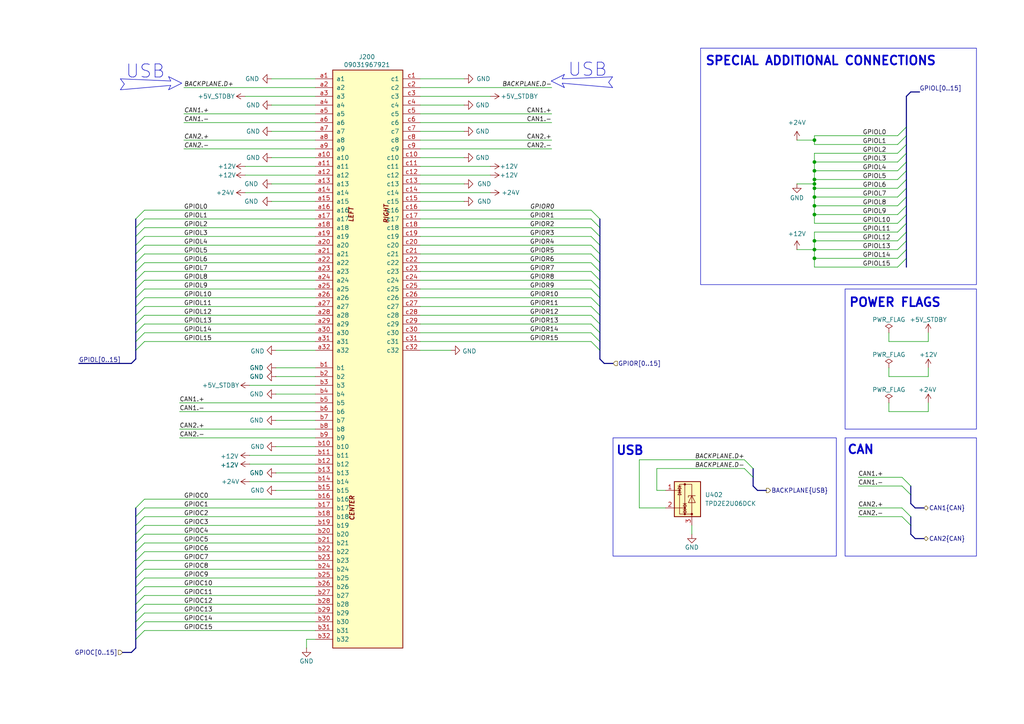
<source format=kicad_sch>
(kicad_sch (version 20250114) (generator "eeschema") (generator_version "9.0")
  (paper "A4")
  (title_block (title "ModuCard power supply unit") (date "2025-08-05") (rev "0") (company "KoNaR") (comment 1 "Base project authors: Dominik Pluta, Artem Horiunov") (comment 2 "Project author: Maciej Chodowiec"))
  (lib_symbols
    (symbol "DIN41612_3x32:09031967921" (pin_names (offset 1.016))
      (property "Reference" "J" (at 0 88.9 0))
      (property "Value" "09031967921" (at 0 86.36 0))
      (symbol "09031967921_0_0"
        (rectangle (start -10.16 83.82) (end 10.16 -83.82) (stroke (width 0.254)) (fill (type background)))
      )
      (symbol "09031967921_1_1"
        (text "LEFT" (at -4.826 41.91 900) (effects (font (size 1.27 1.27) (bold yes) (italic yes))))
        (text "CENTER" (at -4.572 -43.18 900) (effects (font (size 1.27 1.27) (bold yes) (italic yes))))
        (text "RIGHT" (at 5.334 42.164 900) (effects (font (size 1.27 1.27) (bold yes) (italic yes))))
        (pin passive line (at -15.24 81.28 0) (length 5.08) (name "a1") (number "a1"))
        (pin passive line (at -15.24 78.74 0) (length 5.08) (name "a2") (number "a2"))
        (pin passive line (at -15.24 76.2 0) (length 5.08) (name "a3") (number "a3"))
        (pin passive line (at -15.24 73.66 0) (length 5.08) (name "a4") (number "a4"))
        (pin passive line (at -15.24 71.12 0) (length 5.08) (name "a5") (number "a5"))
        (pin passive line (at -15.24 68.58 0) (length 5.08) (name "a6") (number "a6"))
        (pin passive line (at -15.24 66.04 0) (length 5.08) (name "a7") (number "a7"))
        (pin passive line (at -15.24 63.5 0) (length 5.08) (name "a8") (number "a8"))
        (pin passive line (at -15.24 60.96 0) (length 5.08) (name "a9") (number "a9"))
        (pin passive line (at -15.24 58.42 0) (length 5.08) (name "a10") (number "a10"))
        (pin passive line (at -15.24 55.88 0) (length 5.08) (name "a11") (number "a11"))
        (pin passive line (at -15.24 53.34 0) (length 5.08) (name "a12") (number "a12"))
        (pin passive line (at -15.24 50.8 0) (length 5.08) (name "a13") (number "a13"))
        (pin passive line (at -15.24 48.26 0) (length 5.08) (name "a14") (number "a14"))
        (pin passive line (at -15.24 45.72 0) (length 5.08) (name "a15") (number "a15"))
        (pin passive line (at -15.24 43.18 0) (length 5.08) (name "a16") (number "a16"))
        (pin passive line (at -15.24 40.64 0) (length 5.08) (name "a17") (number "a17"))
        (pin passive line (at -15.24 38.1 0) (length 5.08) (name "a18") (number "a18"))
        (pin passive line (at -15.24 35.56 0) (length 5.08) (name "a19") (number "a19"))
        (pin passive line (at -15.24 33.02 0) (length 5.08) (name "a20") (number "a20"))
        (pin passive line (at -15.24 30.48 0) (length 5.08) (name "a21") (number "a21"))
        (pin passive line (at -15.24 27.94 0) (length 5.08) (name "a22") (number "a22"))
        (pin passive line (at -15.24 25.4 0) (length 5.08) (name "a23") (number "a23"))
        (pin passive line (at -15.24 22.86 0) (length 5.08) (name "a24") (number "a24"))
        (pin passive line (at -15.24 20.32 0) (length 5.08) (name "a25") (number "a25"))
        (pin passive line (at -15.24 17.78 0) (length 5.08) (name "a26") (number "a26"))
        (pin passive line (at -15.24 15.24 0) (length 5.08) (name "a27") (number "a27"))
        (pin passive line (at -15.24 12.7 0) (length 5.08) (name "a28") (number "a28"))
        (pin passive line (at -15.24 10.16 0) (length 5.08) (name "a29") (number "a29"))
        (pin passive line (at -15.24 7.62 0) (length 5.08) (name "a30") (number "a30"))
        (pin passive line (at -15.24 5.08 0) (length 5.08) (name "a31") (number "a31"))
        (pin passive line (at -15.24 2.54 0) (length 5.08) (name "a32") (number "a32"))
        (pin passive line (at -15.24 -2.54 0) (length 5.08) (name "b1") (number "b1"))
        (pin passive line (at -15.24 -5.08 0) (length 5.08) (name "b2") (number "b2"))
        (pin passive line (at -15.24 -7.62 0) (length 5.08) (name "b3") (number "b3"))
        (pin passive line (at -15.24 -10.16 0) (length 5.08) (name "b4") (number "b4"))
        (pin passive line (at -15.24 -12.7 0) (length 5.08) (name "b5") (number "b5"))
        (pin passive line (at -15.24 -15.24 0) (length 5.08) (name "b6") (number "b6"))
        (pin passive line (at -15.24 -17.78 0) (length 5.08) (name "b7") (number "b7"))
        (pin passive line (at -15.24 -20.32 0) (length 5.08) (name "b8") (number "b8"))
        (pin passive line (at -15.24 -22.86 0) (length 5.08) (name "b9") (number "b9"))
        (pin passive line (at -15.24 -25.4 0) (length 5.08) (name "b10") (number "b10"))
        (pin passive line (at -15.24 -27.94 0) (length 5.08) (name "b11") (number "b11"))
        (pin passive line (at -15.24 -30.48 0) (length 5.08) (name "b12") (number "b12"))
        (pin passive line (at -15.24 -33.02 0) (length 5.08) (name "b13") (number "b13"))
        (pin passive line (at -15.24 -35.56 0) (length 5.08) (name "b14") (number "b14"))
        (pin passive line (at -15.24 -38.1 0) (length 5.08) (name "b15") (number "b15"))
        (pin passive line (at -15.24 -40.64 0) (length 5.08) (name "b16") (number "b16"))
        (pin passive line (at -15.24 -43.18 0) (length 5.08) (name "b17") (number "b17"))
        (pin passive line (at -15.24 -45.72 0) (length 5.08) (name "b18") (number "b18"))
        (pin passive line (at -15.24 -48.26 0) (length 5.08) (name "b19") (number "b19"))
        (pin passive line (at -15.24 -50.8 0) (length 5.08) (name "b20") (number "b20"))
        (pin passive line (at -15.24 -53.34 0) (length 5.08) (name "b21") (number "b21"))
        (pin passive line (at -15.24 -55.88 0) (length 5.08) (name "b22") (number "b22"))
        (pin passive line (at -15.24 -58.42 0) (length 5.08) (name "b23") (number "b23"))
        (pin passive line (at -15.24 -60.96 0) (length 5.08) (name "b24") (number "b24"))
        (pin passive line (at -15.24 -63.5 0) (length 5.08) (name "b25") (number "b25"))
        (pin passive line (at -15.24 -66.04 0) (length 5.08) (name "b26") (number "b26"))
        (pin passive line (at -15.24 -68.58 0) (length 5.08) (name "b27") (number "b27"))
        (pin passive line (at -15.24 -71.12 0) (length 5.08) (name "b28") (number "b28"))
        (pin passive line (at -15.24 -73.66 0) (length 5.08) (name "b29") (number "b29"))
        (pin passive line (at -15.24 -76.2 0) (length 5.08) (name "b30") (number "b30"))
        (pin passive line (at -15.24 -78.74 0) (length 5.08) (name "b31") (number "b31"))
        (pin passive line (at -15.24 -81.28 0) (length 5.08) (name "b32") (number "b32"))
        (pin passive line (at 15.24 81.28 180) (length 5.08) (name "c1") (number "c1"))
        (pin passive line (at 15.24 78.74 180) (length 5.08) (name "c2") (number "c2"))
        (pin passive line (at 15.24 76.2 180) (length 5.08) (name "c3") (number "c3"))
        (pin passive line (at 15.24 73.66 180) (length 5.08) (name "c4") (number "c4"))
        (pin passive line (at 15.24 71.12 180) (length 5.08) (name "c5") (number "c5"))
        (pin passive line (at 15.24 68.58 180) (length 5.08) (name "c6") (number "c6"))
        (pin passive line (at 15.24 66.04 180) (length 5.08) (name "c7") (number "c7"))
        (pin passive line (at 15.24 63.5 180) (length 5.08) (name "c8") (number "c8"))
        (pin passive line (at 15.24 60.96 180) (length 5.08) (name "c9") (number "c9"))
        (pin passive line (at 15.24 58.42 180) (length 5.08) (name "c10") (number "c10"))
        (pin passive line (at 15.24 55.88 180) (length 5.08) (name "c11") (number "c11"))
        (pin passive line (at 15.24 53.34 180) (length 5.08) (name "c12") (number "c12"))
        (pin passive line (at 15.24 50.8 180) (length 5.08) (name "c13") (number "c13"))
        (pin passive line (at 15.24 48.26 180) (length 5.08) (name "c14") (number "c14"))
        (pin passive line (at 15.24 45.72 180) (length 5.08) (name "c15") (number "c15"))
        (pin passive line (at 15.24 43.18 180) (length 5.08) (name "c16") (number "c16"))
        (pin passive line (at 15.24 40.64 180) (length 5.08) (name "c17") (number "c17"))
        (pin passive line (at 15.24 38.1 180) (length 5.08) (name "c18") (number "c18"))
        (pin passive line (at 15.24 35.56 180) (length 5.08) (name "c19") (number "c19"))
        (pin passive line (at 15.24 33.02 180) (length 5.08) (name "c20") (number "c20"))
        (pin passive line (at 15.24 30.48 180) (length 5.08) (name "c21") (number "c21"))
        (pin passive line (at 15.24 27.94 180) (length 5.08) (name "c22") (number "c22"))
        (pin passive line (at 15.24 25.4 180) (length 5.08) (name "c23") (number "c23"))
        (pin passive line (at 15.24 22.86 180) (length 5.08) (name "c24") (number "c24"))
        (pin passive line (at 15.24 20.32 180) (length 5.08) (name "c25") (number "c25"))
        (pin passive line (at 15.24 17.78 180) (length 5.08) (name "c26") (number "c26"))
        (pin passive line (at 15.24 15.24 180) (length 5.08) (name "c27") (number "c27"))
        (pin passive line (at 15.24 12.7 180) (length 5.08) (name "c28") (number "c28"))
        (pin passive line (at 15.24 10.16 180) (length 5.08) (name "c29") (number "c29"))
        (pin passive line (at 15.24 7.62 180) (length 5.08) (name "c30") (number "c30"))
        (pin passive line (at 15.24 5.08 180) (length 5.08) (name "c31") (number "c31"))
        (pin passive line (at 15.24 2.54 180) (length 5.08) (name "c32") (number "c32"))
      )
    )
    (symbol "Power_Protection:TPD2E2U06DCK"
      (property "Reference" "U" (at -3.81 6.35 0))
      (property "Value" "TPD2E2U06DCK" (at 0.508 -6.35 0))
      (symbol "TPD2E2U06DCK_0_1"
        (rectangle (start -5.08 5.08) (end 2.54 -5.08) (stroke (width 0.254)) (fill (type background)))
        (rectangle (start -3.556 4.318) (end 0 -4.318))
        (polyline (pts (xy -3.556 3.81) (xy -4.064 3.048) (xy -3.048 3.048) (xy -3.556 3.81)))
        (circle (center -3.556 2.54) (radius 0.254) (fill (type outline)))
        (polyline (pts (xy -3.556 2.54) (xy -5.08 2.54)))
        (polyline (pts (xy -3.556 2.032) (xy -4.064 1.27) (xy -3.048 1.27) (xy -3.556 2.032)))
        (polyline (pts (xy -3.048 3.81) (xy -4.064 3.81)))
        (polyline (pts (xy -3.048 2.032) (xy -4.064 2.032)))
        (circle (center -2.032 4.318) (radius 0.254) (fill (type outline)))
        (polyline (pts (xy -2.032 -1.27) (xy -2.54 -2.032) (xy -1.524 -2.032) (xy -2.032 -1.27)))
        (circle (center -2.032 -2.54) (radius 0.254) (fill (type outline)))
        (polyline (pts (xy -2.032 -2.54) (xy -5.08 -2.54)))
        (polyline (pts (xy -2.032 -3.048) (xy -2.54 -3.81) (xy -1.524 -3.81) (xy -2.032 -3.048)))
        (circle (center -2.032 -4.318) (radius 0.254) (fill (type outline)))
        (polyline (pts (xy -2.032 -4.318) (xy -2.032 4.318)))
        (polyline (pts (xy -1.524 -1.27) (xy -2.54 -1.27)))
        (polyline (pts (xy -1.524 -3.048) (xy -2.54 -3.048)))
        (polyline (pts (xy 0 1.016) (xy 1.016 -1.016) (xy -1.016 -1.016) (xy 0 1.016)))
        (polyline (pts (xy 0 -4.318) (xy 0 -5.08)))
        (circle (center 0 -4.318) (radius 0.254) (fill (type outline)))
        (polyline (pts (xy 1.016 1.016) (xy -1.016 1.016) (xy -1.016 0.508)))
      )
      (symbol "TPD2E2U06DCK_1_1"
        (pin passive line (at -7.62 2.54 0) (length 2.54) (name "~") (number "1"))
        (pin passive line (at -7.62 -2.54 0) (length 2.54) (name "~") (number "2"))
        (pin passive line (at 0 -7.62 90) (length 2.54) (name "~") (number "3"))
      )
    )
    (symbol "power:+12V" (power) (pin_numbers (hide yes)) (pin_names (offset 0) (hide yes))
      (property "Value" "+12V" (at 0 3.556 0))
      (symbol "+12V_0_1"
        (polyline (pts (xy -0.762 1.27) (xy 0 2.54)))
        (polyline (pts (xy 0 2.54) (xy 0.762 1.27)))
        (polyline (pts (xy 0 0) (xy 0 2.54)))
      )
      (symbol "+12V_1_1"
        (pin power_in line (at 0 0 90) (length 0) (name "~") (number "1"))
      )
    )
    (symbol "power:+5V" (power) (pin_numbers (hide yes)) (pin_names (offset 0) (hide yes))
      (property "Value" "+5V" (at 0 3.556 0))
      (symbol "+5V_0_1"
        (polyline (pts (xy -0.762 1.27) (xy 0 2.54)))
        (polyline (pts (xy 0 2.54) (xy 0.762 1.27)))
        (polyline (pts (xy 0 0) (xy 0 2.54)))
      )
      (symbol "+5V_1_1"
        (pin power_in line (at 0 0 90) (length 0) (name "~") (number "1"))
      )
    )
    (symbol "power:GND" (power) (pin_numbers (hide yes)) (pin_names (offset 0) (hide yes))
      (property "Value" "GND" (at 0 -3.81 0))
      (symbol "GND_0_1"
        (polyline (pts (xy 0 0) (xy 0 -1.27) (xy 1.27 -1.27) (xy 0 -2.54) (xy -1.27 -1.27) (xy 0 -1.27)))
      )
      (symbol "GND_1_1"
        (pin power_in line (at 0 0 270) (length 0) (name "~") (number "1"))
      )
    )
    (symbol "power:PWR_FLAG" (power) (pin_numbers (hide yes)) (pin_names (offset 0) (hide yes))
      (property "Value" "PWR_FLAG" (at 0 3.81 0))
      (symbol "PWR_FLAG_0_0"
        (pin power_out line (at 0 0 90) (length 0) (name "~") (number "1"))
      )
      (symbol "PWR_FLAG_0_1"
        (polyline (pts (xy 0 0) (xy 0 1.27) (xy -1.016 1.905) (xy 0 2.54) (xy 1.016 1.905) (xy 0 1.27)))
      )
    )
  )
  (rectangle (start 245.11 83.82) (end 283.21 124.46))
  (rectangle (start 203.2 13.97) (end 283.21 82.55))
  (rectangle (start 245.11 127) (end 283.21 161.29))
  (rectangle (start 177.8 127) (end 242.57 161.29))
  (text "USB\n" (at 170.434 20.32 0) (effects (font (size 3.81 3.81))))
  (text "CAN" (at 245.618 130.556 0) (effects (font (size 2.54 2.54) (thickness 0.508) (bold yes)) (justify left)))
  (text "USB\n" (at 42.164 20.828 0) (effects (font (size 3.81 3.81))))
  (text "SPECIAL ADDITIONAL CONNECTIONS" (at 204.47 17.78 0) (effects (font (size 2.54 2.54) (thickness 0.508) (bold yes)) (justify left)))
  (text "POWER FLAGS" (at 246.126 87.884 0) (effects (font (size 2.54 2.54) (thickness 0.508) (bold yes)) (justify left)))
  (text "USB" (at 178.562 130.81 0) (effects (font (size 2.54 2.54) (thickness 0.508) (bold yes)) (justify left)))
  (junction (at 236.22 49.53))
  (junction (at 236.22 40.64))
  (junction (at 236.22 52.07))
  (junction (at 236.22 72.39))
  (junction (at 236.22 69.85))
  (junction (at 236.22 59.69))
  (junction (at 236.22 62.23))
  (junction (at 236.22 54.61))
  (junction (at 236.22 53.34))
  (junction (at 236.22 57.15))
  (junction (at 236.22 46.99))
  (junction (at 236.22 74.93))
  (bus_entry (at 215.9 133.35) (size 2.54 2.54))
  (bus_entry (at 171.45 76.2) (size 2.54 2.54))
  (bus_entry (at 41.91 147.32) (size -2.54 2.54))
  (bus_entry (at 41.91 177.8) (size -2.54 2.54))
  (bus_entry (at 171.45 93.98) (size 2.54 2.54))
  (bus_entry (at 262.89 67.31) (size -2.54 2.54))
  (bus_entry (at 262.89 57.15) (size -2.54 2.54))
  (bus_entry (at 264.16 140.97) (size -2.54 -2.54))
  (bus_entry (at 171.45 63.5) (size 2.54 2.54))
  (bus_entry (at 41.91 152.4) (size -2.54 2.54))
  (bus_entry (at 41.91 165.1) (size -2.54 2.54))
  (bus_entry (at 41.91 170.18) (size -2.54 2.54))
  (bus_entry (at 171.45 86.36) (size 2.54 2.54))
  (bus_entry (at 41.91 91.44) (size -2.54 2.54))
  (bus_entry (at 171.45 91.44) (size 2.54 2.54))
  (bus_entry (at 262.89 52.07) (size -2.54 2.54))
  (bus_entry (at 41.91 81.28) (size -2.54 2.54))
  (bus_entry (at 41.91 182.88) (size -2.54 2.54))
  (bus_entry (at 41.91 66.04) (size -2.54 2.54))
  (bus_entry (at 41.91 180.34) (size -2.54 2.54))
  (bus_entry (at 41.91 149.86) (size -2.54 2.54))
  (bus_entry (at 262.89 59.69) (size -2.54 2.54))
  (bus_entry (at 41.91 73.66) (size -2.54 2.54))
  (bus_entry (at 262.89 74.93) (size -2.54 2.54))
  (bus_entry (at 262.89 39.37) (size -2.54 2.54))
  (bus_entry (at 41.91 60.96) (size -2.54 2.54))
  (bus_entry (at 262.89 72.39) (size -2.54 2.54))
  (bus_entry (at 41.91 160.02) (size -2.54 2.54))
  (bus_entry (at 171.45 66.04) (size 2.54 2.54))
  (bus_entry (at 41.91 175.26) (size -2.54 2.54))
  (bus_entry (at 215.9 135.89) (size 2.54 2.54))
  (bus_entry (at 41.91 154.94) (size -2.54 2.54))
  (bus_entry (at 171.45 60.96) (size 2.54 2.54))
  (bus_entry (at 41.91 83.82) (size -2.54 2.54))
  (bus_entry (at 171.45 88.9) (size 2.54 2.54))
  (bus_entry (at 41.91 68.58) (size -2.54 2.54))
  (bus_entry (at 41.91 167.64) (size -2.54 2.54))
  (bus_entry (at 262.89 69.85) (size -2.54 2.54))
  (bus_entry (at 262.89 49.53) (size -2.54 2.54))
  (bus_entry (at 262.89 41.91) (size -2.54 2.54))
  (bus_entry (at 171.45 83.82) (size 2.54 2.54))
  (bus_entry (at 262.89 62.23) (size -2.54 2.54))
  (bus_entry (at 171.45 78.74) (size 2.54 2.54))
  (bus_entry (at 262.89 46.99) (size -2.54 2.54))
  (bus_entry (at 41.91 157.48) (size -2.54 2.54))
  (bus_entry (at 41.91 144.78) (size -2.54 2.54))
  (bus_entry (at 41.91 71.12) (size -2.54 2.54))
  (bus_entry (at 264.16 152.4) (size -2.54 -2.54))
  (bus_entry (at 264.16 149.86) (size -2.54 -2.54))
  (bus_entry (at 41.91 86.36) (size -2.54 2.54))
  (bus_entry (at 41.91 162.56) (size -2.54 2.54))
  (bus_entry (at 41.91 78.74) (size -2.54 2.54))
  (bus_entry (at 171.45 73.66) (size 2.54 2.54))
  (bus_entry (at 262.89 44.45) (size -2.54 2.54))
  (bus_entry (at 171.45 71.12) (size 2.54 2.54))
  (bus_entry (at 171.45 81.28) (size 2.54 2.54))
  (bus_entry (at 41.91 172.72) (size -2.54 2.54))
  (bus_entry (at 41.91 63.5) (size -2.54 2.54))
  (bus_entry (at 171.45 99.06) (size 2.54 2.54))
  (bus_entry (at 262.89 36.83) (size -2.54 2.54))
  (bus_entry (at 264.16 143.51) (size -2.54 -2.54))
  (bus_entry (at 41.91 96.52) (size -2.54 2.54))
  (bus_entry (at 41.91 93.98) (size -2.54 2.54))
  (bus_entry (at 41.91 88.9) (size -2.54 2.54))
  (bus_entry (at 171.45 68.58) (size 2.54 2.54))
  (bus_entry (at 262.89 64.77) (size -2.54 2.54))
  (bus_entry (at 262.89 54.61) (size -2.54 2.54))
  (bus_entry (at 41.91 99.06) (size -2.54 2.54))
  (bus_entry (at 41.91 76.2) (size -2.54 2.54))
  (bus_entry (at 171.45 96.52) (size 2.54 2.54))
  (wire (pts (xy 236.22 74.93) (xy 260.35 74.93)))
  (wire (pts (xy 121.92 50.8) (xy 142.24 50.8)))
  (bus (pts (xy 262.89 52.07) (xy 262.89 54.61)))
  (bus (pts (xy 262.89 54.61) (xy 262.89 57.15)))
  (wire (pts (xy 236.22 72.39) (xy 231.14 72.39)))
  (bus (pts (xy 39.37 73.66) (xy 39.37 76.2)))
  (wire (pts (xy 236.22 44.45) (xy 260.35 44.45)))
  (wire (pts (xy 91.44 165.1) (xy 41.91 165.1)))
  (bus (pts (xy 264.16 143.51) (xy 264.16 140.97)))
  (bus (pts (xy 262.89 36.83) (xy 262.89 39.37)))
  (polyline (pts (xy 34.925 22.86) (xy 49.53 23.495)))
  (bus (pts (xy 39.37 154.94) (xy 39.37 157.48)))
  (wire (pts (xy 91.44 78.74) (xy 41.91 78.74)))
  (wire (pts (xy 236.22 59.69) (xy 260.35 59.69)))
  (wire (pts (xy 236.22 49.53) (xy 236.22 52.07)))
  (wire (pts (xy 130.81 101.6) (xy 121.92 101.6)))
  (wire (pts (xy 236.22 52.07) (xy 236.22 53.34)))
  (bus (pts (xy 39.37 162.56) (xy 39.37 165.1)))
  (wire (pts (xy 236.22 57.15) (xy 236.22 59.69)))
  (wire (pts (xy 171.45 83.82) (xy 121.92 83.82)))
  (wire (pts (xy 257.81 109.22) (xy 269.24 109.22)))
  (bus (pts (xy 262.89 41.91) (xy 262.89 44.45)))
  (bus (pts (xy 262.89 44.45) (xy 262.89 46.99)))
  (wire (pts (xy 261.62 149.86) (xy 248.92 149.86)))
  (bus (pts (xy 262.89 74.93) (xy 262.89 77.47)))
  (bus (pts (xy 262.89 69.85) (xy 262.89 72.39)))
  (bus (pts (xy 39.37 96.52) (xy 39.37 99.06)))
  (wire (pts (xy 121.92 63.5) (xy 171.45 63.5)))
  (wire (pts (xy 236.22 62.23) (xy 260.35 62.23)))
  (polyline (pts (xy 159.893 23.495) (xy 163.703 25.4)))
  (wire (pts (xy 236.22 46.99) (xy 236.22 49.53)))
  (bus (pts (xy 39.37 68.58) (xy 39.37 71.12)))
  (wire (pts (xy 257.81 116.84) (xy 257.81 119.38)))
  (wire (pts (xy 91.44 152.4) (xy 41.91 152.4)))
  (wire (pts (xy 53.34 33.02) (xy 91.44 33.02)))
  (bus (pts (xy 218.44 140.97) (xy 218.44 138.43)))
  (bus (pts (xy 173.99 83.82) (xy 173.99 86.36)))
  (wire (pts (xy 91.44 167.64) (xy 41.91 167.64)))
  (wire (pts (xy 71.12 50.8) (xy 91.44 50.8)))
  (bus (pts (xy 175.26 105.41) (xy 177.8 105.41)))
  (wire (pts (xy 52.07 127) (xy 91.44 127)))
  (bus (pts (xy 264.16 146.05) (xy 264.16 143.51)))
  (wire (pts (xy 121.92 40.64) (xy 160.02 40.64)))
  (bus (pts (xy 39.37 175.26) (xy 39.37 177.8)))
  (wire (pts (xy 261.62 147.32) (xy 248.92 147.32)))
  (wire (pts (xy 193.04 147.32) (xy 185.42 147.32)))
  (wire (pts (xy 91.44 182.88) (xy 41.91 182.88)))
  (wire (pts (xy 91.44 99.06) (xy 41.91 99.06)))
  (wire (pts (xy 78.74 53.34) (xy 91.44 53.34)))
  (bus (pts (xy 264.16 154.94) (xy 265.43 156.21)))
  (wire (pts (xy 78.74 30.48) (xy 91.44 30.48)))
  (polyline (pts (xy 163.068 24.13) (xy 177.673 25.4)))
  (wire (pts (xy 236.22 69.85) (xy 260.35 69.85)))
  (wire (pts (xy 91.44 68.58) (xy 41.91 68.58)))
  (bus (pts (xy 39.37 177.8) (xy 39.37 180.34)))
  (bus (pts (xy 39.37 81.28) (xy 39.37 83.82)))
  (wire (pts (xy 91.44 76.2) (xy 41.91 76.2)))
  (bus (pts (xy 262.89 49.53) (xy 262.89 52.07)))
  (bus (pts (xy 262.89 27.94) (xy 262.89 36.83)))
  (wire (pts (xy 80.01 129.54) (xy 91.44 129.54)))
  (polyline (pts (xy 176.53 23.876) (xy 177.6563 22.2837)))
  (wire (pts (xy 236.22 57.15) (xy 260.35 57.15)))
  (wire (pts (xy 171.45 88.9) (xy 121.92 88.9)))
  (bus (pts (xy 173.99 88.9) (xy 173.99 91.44)))
  (wire (pts (xy 236.22 64.77) (xy 260.35 64.77)))
  (bus (pts (xy 262.89 27.94) (xy 264.16 26.67)))
  (bus (pts (xy 38.1 189.23) (xy 39.37 187.96)))
  (wire (pts (xy 236.22 44.45) (xy 236.22 46.99)))
  (wire (pts (xy 236.22 72.39) (xy 260.35 72.39)))
  (bus (pts (xy 173.99 66.04) (xy 173.99 68.58)))
  (wire (pts (xy 185.42 133.35) (xy 185.42 147.32)))
  (bus (pts (xy 264.16 154.94) (xy 264.16 152.4)))
  (bus (pts (xy 173.99 96.52) (xy 173.99 99.06)))
  (polyline (pts (xy 48.895 22.225) (xy 52.705 24.13)))
  (polyline (pts (xy 36.068 24.384) (xy 34.925 22.86)))
  (wire (pts (xy 72.39 134.62) (xy 91.44 134.62)))
  (wire (pts (xy 231.14 53.34) (xy 236.22 53.34)))
  (wire (pts (xy 269.24 106.68) (xy 269.24 109.22)))
  (wire (pts (xy 41.91 60.96) (xy 91.44 60.96)))
  (bus (pts (xy 175.26 105.41) (xy 173.99 104.14)))
  (wire (pts (xy 171.45 86.36) (xy 121.92 86.36)))
  (wire (pts (xy 171.45 93.98) (xy 121.92 93.98)))
  (wire (pts (xy 41.91 147.32) (xy 91.44 147.32)))
  (wire (pts (xy 53.34 25.4) (xy 91.44 25.4)))
  (wire (pts (xy 121.92 35.56) (xy 160.02 35.56)))
  (wire (pts (xy 236.22 40.64) (xy 236.22 41.91)))
  (wire (pts (xy 121.92 66.04) (xy 171.45 66.04)))
  (wire (pts (xy 53.34 43.18) (xy 91.44 43.18)))
  (bus (pts (xy 39.37 170.18) (xy 39.37 172.72)))
  (wire (pts (xy 261.62 138.43) (xy 248.92 138.43)))
  (wire (pts (xy 236.22 41.91) (xy 260.35 41.91)))
  (bus (pts (xy 39.37 86.36) (xy 39.37 88.9)))
  (wire (pts (xy 91.44 162.56) (xy 41.91 162.56)))
  (wire (pts (xy 91.44 86.36) (xy 41.91 86.36)))
  (wire (pts (xy 91.44 91.44) (xy 41.91 91.44)))
  (wire (pts (xy 236.22 72.39) (xy 236.22 74.93)))
  (wire (pts (xy 236.22 52.07) (xy 260.35 52.07)))
  (bus (pts (xy 39.37 152.4) (xy 39.37 154.94)))
  (wire (pts (xy 91.44 93.98) (xy 41.91 93.98)))
  (bus (pts (xy 38.1 105.41) (xy 39.37 104.14)))
  (wire (pts (xy 52.07 119.38) (xy 91.44 119.38)))
  (wire (pts (xy 236.22 39.37) (xy 236.22 40.64)))
  (bus (pts (xy 262.89 46.99) (xy 262.89 49.53)))
  (bus (pts (xy 265.43 147.32) (xy 267.97 147.32)))
  (wire (pts (xy 121.92 58.42) (xy 134.62 58.42)))
  (polyline (pts (xy 49.53 23.495) (xy 48.895 22.225)))
  (wire (pts (xy 236.22 67.31) (xy 236.22 69.85)))
  (wire (pts (xy 80.01 114.3) (xy 91.44 114.3)))
  (wire (pts (xy 80.01 109.22) (xy 91.44 109.22)))
  (bus (pts (xy 262.89 59.69) (xy 262.89 62.23)))
  (wire (pts (xy 236.22 46.99) (xy 260.35 46.99)))
  (bus (pts (xy 39.37 185.42) (xy 39.37 187.96)))
  (bus (pts (xy 173.99 71.12) (xy 173.99 73.66)))
  (bus (pts (xy 39.37 78.74) (xy 39.37 81.28)))
  (wire (pts (xy 236.22 77.47) (xy 260.35 77.47)))
  (wire (pts (xy 71.12 55.88) (xy 91.44 55.88)))
  (wire (pts (xy 121.92 43.18) (xy 160.02 43.18)))
  (wire (pts (xy 236.22 62.23) (xy 236.22 64.77)))
  (bus (pts (xy 218.44 140.97) (xy 219.71 142.24)))
  (bus (pts (xy 173.99 101.6) (xy 173.99 104.14)))
  (bus (pts (xy 39.37 99.06) (xy 39.37 101.6)))
  (wire (pts (xy 236.22 59.69) (xy 236.22 62.23)))
  (wire (pts (xy 171.45 73.66) (xy 121.92 73.66)))
  (wire (pts (xy 121.92 38.1) (xy 134.62 38.1)))
  (polyline (pts (xy 34.925 26.035) (xy 36.068 24.384)))
  (bus (pts (xy 39.37 165.1) (xy 39.37 167.64)))
  (wire (pts (xy 91.44 154.94) (xy 41.91 154.94)))
  (bus (pts (xy 39.37 83.82) (xy 39.37 86.36)))
  (wire (pts (xy 80.01 137.16) (xy 91.44 137.16)))
  (wire (pts (xy 91.44 170.18) (xy 41.91 170.18)))
  (wire (pts (xy 171.45 78.74) (xy 121.92 78.74)))
  (wire (pts (xy 121.92 30.48) (xy 134.62 30.48)))
  (wire (pts (xy 91.44 83.82) (xy 41.91 83.82)))
  (wire (pts (xy 171.45 99.06) (xy 121.92 99.06)))
  (wire (pts (xy 91.44 180.34) (xy 41.91 180.34)))
  (wire (pts (xy 88.9 185.42) (xy 88.9 187.96)))
  (wire (pts (xy 190.5 135.89) (xy 215.9 135.89)))
  (bus (pts (xy 262.89 62.23) (xy 262.89 64.77)))
  (bus (pts (xy 39.37 180.34) (xy 39.37 182.88)))
  (wire (pts (xy 200.66 152.4) (xy 200.66 154.94)))
  (wire (pts (xy 78.74 22.86) (xy 91.44 22.86)))
  (bus (pts (xy 264.16 146.05) (xy 265.43 147.32)))
  (wire (pts (xy 142.24 48.26) (xy 121.92 48.26)))
  (bus (pts (xy 39.37 182.88) (xy 39.37 185.42)))
  (wire (pts (xy 236.22 54.61) (xy 260.35 54.61)))
  (bus (pts (xy 262.89 64.77) (xy 262.89 67.31)))
  (polyline (pts (xy 52.705 24.13) (xy 48.895 26.035)))
  (wire (pts (xy 236.22 67.31) (xy 260.35 67.31)))
  (wire (pts (xy 91.44 88.9) (xy 41.91 88.9)))
  (bus (pts (xy 264.16 152.4) (xy 264.16 149.86)))
  (wire (pts (xy 257.81 106.68) (xy 257.81 109.22)))
  (bus (pts (xy 39.37 157.48) (xy 39.37 160.02)))
  (bus (pts (xy 173.99 99.06) (xy 173.99 101.6)))
  (wire (pts (xy 41.91 149.86) (xy 91.44 149.86)))
  (bus (pts (xy 262.89 67.31) (xy 262.89 69.85)))
  (wire (pts (xy 72.39 139.7) (xy 91.44 139.7)))
  (bus (pts (xy 264.16 26.67) (xy 266.7 26.67)))
  (wire (pts (xy 91.44 96.52) (xy 41.91 96.52)))
  (wire (pts (xy 269.24 116.84) (xy 269.24 119.38)))
  (bus (pts (xy 39.37 76.2) (xy 39.37 78.74)))
  (bus (pts (xy 173.99 93.98) (xy 173.99 96.52)))
  (wire (pts (xy 190.5 135.89) (xy 190.5 142.24)))
  (wire (pts (xy 171.45 71.12) (xy 121.92 71.12)))
  (wire (pts (xy 185.42 133.35) (xy 215.9 133.35)))
  (wire (pts (xy 236.22 69.85) (xy 236.22 72.39)))
  (bus (pts (xy 173.99 86.36) (xy 173.99 88.9)))
  (wire (pts (xy 257.81 99.06) (xy 269.24 99.06)))
  (wire (pts (xy 80.01 101.6) (xy 91.44 101.6)))
  (bus (pts (xy 173.99 68.58) (xy 173.99 71.12)))
  (wire (pts (xy 91.44 81.28) (xy 41.91 81.28)))
  (wire (pts (xy 121.92 55.88) (xy 142.24 55.88)))
  (wire (pts (xy 171.45 68.58) (xy 121.92 68.58)))
  (bus (pts (xy 39.37 149.86) (xy 39.37 152.4)))
  (wire (pts (xy 231.14 40.64) (xy 236.22 40.64)))
  (wire (pts (xy 134.62 45.72) (xy 121.92 45.72)))
  (wire (pts (xy 236.22 49.53) (xy 260.35 49.53)))
  (bus (pts (xy 39.37 63.5) (xy 39.37 66.04)))
  (wire (pts (xy 236.22 53.34) (xy 236.22 54.61)))
  (wire (pts (xy 257.81 119.38) (xy 269.24 119.38)))
  (wire (pts (xy 171.45 81.28) (xy 121.92 81.28)))
  (bus (pts (xy 218.44 135.89) (xy 218.44 138.43)))
  (wire (pts (xy 52.07 116.84) (xy 91.44 116.84)))
  (wire (pts (xy 121.92 25.4) (xy 160.02 25.4)))
  (wire (pts (xy 261.62 140.97) (xy 248.92 140.97)))
  (wire (pts (xy 257.81 96.52) (xy 257.81 99.06)))
  (wire (pts (xy 80.01 106.68) (xy 91.44 106.68)))
  (polyline (pts (xy 163.068 22.86) (xy 163.703 21.59)))
  (wire (pts (xy 236.22 77.47) (xy 236.22 74.93)))
  (wire (pts (xy 91.44 160.02) (xy 41.91 160.02)))
  (polyline (pts (xy 177.673 25.4) (xy 176.53 23.876)))
  (wire (pts (xy 190.5 142.24) (xy 193.04 142.24)))
  (wire (pts (xy 53.34 35.56) (xy 91.44 35.56)))
  (wire (pts (xy 121.92 60.96) (xy 171.45 60.96)))
  (bus (pts (xy 39.37 172.72) (xy 39.37 175.26)))
  (wire (pts (xy 236.22 39.37) (xy 260.35 39.37)))
  (bus (pts (xy 39.37 71.12) (xy 39.37 73.66)))
  (wire (pts (xy 91.44 157.48) (xy 41.91 157.48)))
  (bus (pts (xy 173.99 78.74) (xy 173.99 81.28)))
  (wire (pts (xy 71.12 48.26) (xy 91.44 48.26)))
  (bus (pts (xy 39.37 93.98) (xy 39.37 96.52)))
  (wire (pts (xy 41.91 66.04) (xy 91.44 66.04)))
  (polyline (pts (xy 49.53 24.765) (xy 34.925 26.035)))
  (bus (pts (xy 173.99 91.44) (xy 173.99 93.98)))
  (wire (pts (xy 91.44 172.72) (xy 41.91 172.72)))
  (polyline (pts (xy 48.895 26.035) (xy 49.53 24.765)))
  (wire (pts (xy 80.01 121.92) (xy 91.44 121.92)))
  (polyline (pts (xy 163.703 25.4) (xy 163.068 24.13)))
  (wire (pts (xy 71.12 27.94) (xy 91.44 27.94)))
  (wire (pts (xy 52.07 124.46) (xy 91.44 124.46)))
  (wire (pts (xy 72.39 132.08) (xy 91.44 132.08)))
  (wire (pts (xy 78.74 58.42) (xy 91.44 58.42)))
  (bus (pts (xy 22.86 105.41) (xy 38.1 105.41)))
  (bus (pts (xy 39.37 147.32) (xy 39.37 149.86)))
  (wire (pts (xy 121.92 33.02) (xy 160.02 33.02)))
  (wire (pts (xy 41.91 144.78) (xy 91.44 144.78)))
  (wire (pts (xy 171.45 76.2) (xy 121.92 76.2)))
  (wire (pts (xy 171.45 96.52) (xy 121.92 96.52)))
  (wire (pts (xy 236.22 54.61) (xy 236.22 57.15)))
  (bus (pts (xy 39.37 101.6) (xy 39.37 104.14)))
  (bus (pts (xy 265.43 156.21) (xy 267.97 156.21)))
  (wire (pts (xy 121.92 22.86) (xy 134.62 22.86)))
  (bus (pts (xy 219.71 142.24) (xy 222.25 142.24)))
  (bus (pts (xy 39.37 167.64) (xy 39.37 170.18)))
  (wire (pts (xy 171.45 91.44) (xy 121.92 91.44)))
  (polyline (pts (xy 163.703 21.59) (xy 159.893 23.495)))
  (wire (pts (xy 91.44 177.8) (xy 41.91 177.8)))
  (wire (pts (xy 78.74 45.72) (xy 91.44 45.72)))
  (wire (pts (xy 88.9 185.42) (xy 91.44 185.42)))
  (wire (pts (xy 91.44 71.12) (xy 41.91 71.12)))
  (wire (pts (xy 41.91 63.5) (xy 91.44 63.5)))
  (wire (pts (xy 91.44 73.66) (xy 41.91 73.66)))
  (wire (pts (xy 269.24 96.52) (xy 269.24 99.06)))
  (bus (pts (xy 173.99 73.66) (xy 173.99 76.2)))
  (bus (pts (xy 39.37 160.02) (xy 39.37 162.56)))
  (bus (pts (xy 39.37 88.9) (xy 39.37 91.44)))
  (bus (pts (xy 262.89 72.39) (xy 262.89 74.93)))
  (bus (pts (xy 38.1 189.23) (xy 35.56 189.23)))
  (polyline (pts (xy 177.6563 22.2837) (xy 163.068 22.86)))
  (bus (pts (xy 262.89 39.37) (xy 262.89 41.91)))
  (bus (pts (xy 173.99 63.5) (xy 173.99 66.04)))
  (bus (pts (xy 39.37 91.44) (xy 39.37 93.98)))
  (wire (pts (xy 53.34 40.64) (xy 91.44 40.64)))
  (wire (pts (xy 121.92 53.34) (xy 134.62 53.34)))
  (wire (pts (xy 80.01 142.24) (xy 91.44 142.24)))
  (bus (pts (xy 173.99 76.2) (xy 173.99 78.74)))
  (wire (pts (xy 78.74 38.1) (xy 91.44 38.1)))
  (wire (pts (xy 72.39 111.76) (xy 91.44 111.76)))
  (bus (pts (xy 262.89 57.15) (xy 262.89 59.69)))
  (wire (pts (xy 121.92 27.94) (xy 142.24 27.94)))
  (wire (pts (xy 91.44 175.26) (xy 41.91 175.26)))
  (bus (pts (xy 39.37 66.04) (xy 39.37 68.58)))
  (bus (pts (xy 173.99 81.28) (xy 173.99 83.82)))
  (label "GPIOL3" (at 53.34 68.58 0))
  (label "GPIOR3" (at 153.67 68.58 0))
  (label "GPIOL4" (at 53.34 71.12 0))
  (label "BACKPLANE.D-" (at 215.9 135.89 180) (effects (font (italic yes))))
  (label "GPIOR11" (at 153.67 88.9 0))
  (label "CAN2.-" (at 52.07 127 0))
  (label "GPIOL15" (at 53.34 99.06 0))
  (label "GPIOR8" (at 153.67 81.28 0))
  (label "CAN1.+" (at 248.92 138.43 0))
  (label "GPIOL2" (at 53.34 66.04 0))
  (label "GPIOC10" (at 53.34 170.18 0))
  (label "CAN2.+" (at 248.92 147.32 0))
  (label "GPIOR13" (at 153.67 93.98 0))
  (label "GPIOL14" (at 53.34 96.52 0))
  (label "GPIOC6" (at 53.34 160.02 0))
  (label "GPIOL11" (at 250.19 67.31 0))
  (label "GPIOR9" (at 153.67 83.82 0))
  (label "GPIOR2" (at 153.67 66.04 0))
  (label "BACKPLANE.D+" (at 53.34 25.4 0) (effects (font (italic yes))))
  (label "GPIOR6" (at 153.67 76.2 0))
  (label "GPIOL10" (at 250.19 64.77 0))
  (label "GPIOL9" (at 250.19 62.23 0))
  (label "GPIOL9" (at 53.34 83.82 0))
  (label "GPIOC14" (at 53.34 180.34 0))
  (label "GPIOL15" (at 250.19 77.47 0))
  (label "CAN1.-" (at 248.92 140.97 0))
  (label "CAN2.-" (at 53.34 43.18 0) (effects (font (italic yes))))
  (label "GPIOL5" (at 53.34 73.66 0))
  (label "GPIOC3" (at 53.34 152.4 0))
  (label "GPIOC1" (at 53.34 147.32 0))
  (label "GPIOL4" (at 250.19 49.53 0))
  (label "GPIOC15" (at 53.34 182.88 0))
  (label "GPIOC2" (at 53.34 149.86 0))
  (label "GPIOL[0..15]" (at 266.7 26.67 0))
  (label "GPIOR0" (at 153.67 60.96 0) (effects (font (italic yes))))
  (label "CAN1.-" (at 52.07 119.38 0))
  (label "GPIOL12" (at 250.19 69.85 0))
  (label "GPIOL1" (at 250.19 41.91 0))
  (label "GPIOL10" (at 53.34 86.36 0))
  (label "GPIOR10" (at 153.67 86.36 0))
  (label "GPIOC13" (at 53.34 177.8 0))
  (label "GPIOL13" (at 53.34 93.98 0))
  (label "GPIOL7" (at 53.34 78.74 0))
  (label "GPIOL0" (at 250.19 39.37 0))
  (label "GPIOC8" (at 53.34 165.1 0))
  (label "GPIOC0" (at 53.34 144.78 0))
  (label "CAN1.+" (at 160.02 33.02 180))
  (label "GPIOL12" (at 53.34 91.44 0))
  (label "GPIOL8" (at 250.19 59.69 0))
  (label "CAN2.+" (at 52.07 124.46 0))
  (label "GPIOL14" (at 250.19 74.93 0))
  (label "GPIOR15" (at 153.67 99.06 0))
  (label "GPIOR4" (at 153.67 71.12 0))
  (label "CAN2.-" (at 248.92 149.86 0))
  (label "GPIOC11" (at 53.34 172.72 0))
  (label "GPIOL8" (at 53.34 81.28 0))
  (label "GPIOL[0..15]" (at 22.86 105.41 0))
  (label "GPIOL6" (at 53.34 76.2 0))
  (label "CAN1.+" (at 52.07 116.84 0))
  (label "CAN2.+" (at 160.02 40.64 180))
  (label "GPIOC12" (at 53.34 175.26 0))
  (label "GPIOL2" (at 250.19 44.45 0))
  (label "GPIOC4" (at 53.34 154.94 0))
  (label "GPIOL13" (at 250.19 72.39 0))
  (label "GPIOR5" (at 153.67 73.66 0))
  (label "BACKPLANE.D+" (at 215.9 133.35 180) (effects (font (italic yes))))
  (label "GPIOC5" (at 53.34 157.48 0))
  (label "GPIOL6" (at 250.19 54.61 0))
  (label "GPIOC7" (at 53.34 162.56 0))
  (label "GPIOR12" (at 153.67 91.44 0))
  (label "CAN1.+" (at 53.34 33.02 0) (effects (font (italic yes))))
  (label "BACKPLANE.D-" (at 160.02 25.4 180) (effects (font (italic yes))))
  (label "GPIOR7" (at 153.67 78.74 0))
  (label "CAN1.-" (at 53.34 35.56 0) (effects (font (italic yes))))
  (label "GPIOL3" (at 250.19 46.99 0))
  (label "GPIOL7" (at 250.19 57.15 0))
  (label "GPIOL1" (at 53.34 63.5 0))
  (label "CAN1.-" (at 160.02 35.56 180))
  (label "CAN2.+" (at 53.34 40.64 0) (effects (font (italic yes))))
  (label "GPIOL11" (at 53.34 88.9 0))
  (label "GPIOC9" (at 53.34 167.64 0))
  (label "GPIOR14" (at 153.67 96.52 0))
  (label "GPIOL5" (at 250.19 52.07 0))
  (label "GPIOR1" (at 153.67 63.5 0))
  (label "CAN2.-" (at 160.02 43.18 180))
  (label "GPIOL0" (at 53.34 60.96 0))
  (hierarchical_label "CAN2{CAN}" (shape bidirectional) (at 267.97 156.21 0))
  (hierarchical_label "GPIOC[0..15]" (shape input) (at 35.56 189.23 180))
  (hierarchical_label "GPIOR[0..15]" (shape input) (at 177.8 105.41 0))
  (hierarchical_label "BACKPLANE{USB}" (shape output) (at 222.25 142.24 0))
  (hierarchical_label "CAN1{CAN}" (shape bidirectional) (at 267.97 147.32 0))
  (symbol (lib_id "power:GND") (at 78.74 30.48 270) (mirror x) (unit 1)
    (property "Reference" "#PWR0209" (effects (hide yes)))
    (property "Value" "GND" (at 73.406 30.48 90))
    (property "Description" "Power symbol creates a global label with name \"GND\" , ground" (effects (hide yes)))
  )
  (symbol (lib_id "power:GND") (at 78.74 22.86 270) (mirror x) (unit 1)
    (property "Reference" "#PWR0208" (effects (hide yes)))
    (property "Value" "GND" (at 73.152 22.86 90))
    (property "Description" "Power symbol creates a global label with name \"GND\" , ground" (effects (hide yes)))
  )
  (symbol (lib_id "power:GND") (at 80.01 114.3 270) (mirror x) (unit 1)
    (property "Reference" "#PWR0217" (effects (hide yes)))
    (property "Value" "GND" (at 74.422 114.3 90))
    (property "Description" "Power symbol creates a global label with name \"GND\" , ground" (effects (hide yes)))
  )
  (symbol (lib_id "power:+12V") (at 72.39 132.08 90) (unit 1)
    (property "Reference" "#PWR0205" (effects (hide yes)))
    (property "Value" "+12V" (at 66.548 132.334 90))
    (property "Description" "Power symbol creates a global label with name \"+12V\"" (effects (hide yes)))
  )
  (symbol (lib_id "power:GND") (at 80.01 101.6 270) (unit 1)
    (property "Reference" "#PWR0214" (effects (hide yes)))
    (property "Value" "GND" (at 74.676 101.854 90))
    (property "Description" "Power symbol creates a global label with name \"GND\" , ground" (effects (hide yes)))
  )
  (symbol (lib_id "power:GND") (at 231.14 53.34 0) (unit 1)
    (property "Reference" "#PWR0486" (effects (hide yes)))
    (property "Value" "GND" (at 231.14 57.404 0))
    (property "Description" "Power symbol creates a global label with name \"GND\" , ground" (effects (hide yes)))
  )
  (symbol (lib_id "power:+12V") (at 142.24 48.26 270) (mirror x) (unit 1)
    (property "Reference" "#PWR0231" (effects (hide yes)))
    (property "Value" "+12V" (at 147.574 48.26 90))
    (property "Description" "Power symbol creates a global label with name \"+12V\"" (effects (hide yes)))
  )
  (symbol (lib_id "power:GND") (at 78.74 58.42 270) (mirror x) (unit 1)
    (property "Reference" "#PWR0213" (effects (hide yes)))
    (property "Value" "GND" (at 72.898 58.42 90))
    (property "Description" "Power symbol creates a global label with name \"GND\" , ground" (effects (hide yes)))
  )
  (symbol (lib_id "power:+5V") (at 142.24 27.94 270) (mirror x) (unit 1)
    (property "Reference" "#PWR0230" (effects (hide yes)))
    (property "Value" "+5V_STDBY" (at 150.622 27.94 90))
    (property "Description" "Power symbol creates a global label with name \"+5V\"" (effects (hide yes)))
  )
  (symbol (lib_id "power:GND") (at 80.01 121.92 270) (unit 1)
    (property "Reference" "#PWR0218" (effects (hide yes)))
    (property "Value" "GND" (at 74.422 121.92 90))
    (property "Description" "Power symbol creates a global label with name \"GND\" , ground" (effects (hide yes)))
  )
  (symbol (lib_id "power:GND") (at 80.01 142.24 270) (unit 1)
    (property "Reference" "#PWR0221" (effects (hide yes)))
    (property "Value" "GND" (at 74.676 142.24 90))
    (property "Description" "Power symbol creates a global label with name \"GND\" , ground" (effects (hide yes)))
  )
  (symbol (lib_id "power:GND") (at 80.01 109.22 270) (mirror x) (unit 1)
    (property "Reference" "#PWR0216" (effects (hide yes)))
    (property "Value" "GND" (at 74.422 109.22 90))
    (property "Description" "Power symbol creates a global label with name \"GND\" , ground" (effects (hide yes)))
  )
  (symbol (lib_id "power:GND") (at 80.01 129.54 270) (unit 1)
    (property "Reference" "#PWR0219" (effects (hide yes)))
    (property "Value" "GND" (at 74.676 129.54 90))
    (property "Description" "Power symbol creates a global label with name \"GND\" , ground" (effects (hide yes)))
  )
  (symbol (lib_id "power:GND") (at 134.62 58.42 90) (mirror x) (unit 1)
    (property "Reference" "#PWR0229" (effects (hide yes)))
    (property "Value" "GND" (at 140.462 58.42 90))
    (property "Description" "Power symbol creates a global label with name \"GND\" , ground" (effects (hide yes)))
  )
  (symbol (lib_id "power:GND") (at 80.01 106.68 270) (mirror x) (unit 1)
    (property "Reference" "#PWR0215" (effects (hide yes)))
    (property "Value" "GND" (at 74.422 106.68 90))
    (property "Description" "Power symbol creates a global label with name \"GND\" , ground" (effects (hide yes)))
  )
  (symbol (lib_id "power:+12V") (at 72.39 134.62 90) (unit 1)
    (property "Reference" "#PWR0206" (effects (hide yes)))
    (property "Value" "+12V" (at 66.548 134.874 90))
    (property "Description" "Power symbol creates a global label with name \"+12V\"" (effects (hide yes)))
  )
  (symbol (lib_id "power:+12V") (at 269.24 106.68 0) (mirror y) (unit 1)
    (property "Reference" "#PWR0907" (effects (hide yes)))
    (property "Value" "+12V" (at 269.24 102.87 0))
    (property "Description" "Power symbol creates a global label with name \"+12V\"" (effects (hide yes)))
  )
  (symbol (lib_id "power:GND") (at 134.62 53.34 90) (mirror x) (unit 1)
    (property "Reference" "#PWR0228" (effects (hide yes)))
    (property "Value" "GND" (at 140.462 53.34 90))
    (property "Description" "Power symbol creates a global label with name \"GND\" , ground" (effects (hide yes)))
  )
  (symbol (lib_id "power:GND") (at 80.01 137.16 270) (unit 1)
    (property "Reference" "#PWR0220" (effects (hide yes)))
    (property "Value" "GND" (at 74.422 137.16 90))
    (property "Description" "Power symbol creates a global label with name \"GND\" , ground" (effects (hide yes)))
  )
  (symbol (lib_id "power:GND") (at 134.62 30.48 90) (mirror x) (unit 1)
    (property "Reference" "#PWR0225" (effects (hide yes)))
    (property "Value" "GND" (at 139.954 30.48 90))
    (property "Description" "Power symbol creates a global label with name \"GND\" , ground" (effects (hide yes)))
  )
  (symbol (lib_id "power:+12V") (at 72.39 139.7 90) (unit 1)
    (property "Reference" "#PWR0207" (effects (hide yes)))
    (property "Value" "+24V" (at 66.802 139.7 90))
    (property "Description" "Power symbol creates a global label with name \"+12V\"" (effects (hide yes)))
  )
  (symbol (lib_id "power:GND") (at 78.74 38.1 270) (mirror x) (unit 1)
    (property "Reference" "#PWR0210" (effects (hide yes)))
    (property "Value" "GND" (at 73.406 38.1 90))
    (property "Description" "Power symbol creates a global label with name \"GND\" , ground" (effects (hide yes)))
  )
  (symbol (lib_id "power:PWR_FLAG") (at 257.81 116.84 0) (unit 1)
    (property "Reference" "#FLG0904" (effects (hide yes)))
    (property "Value" "PWR_FLAG" (at 257.81 113.03 0))
    (property "Description" "Special symbol for telling ERC where power comes from" (effects (hide yes)))
  )
  (symbol (lib_id "power:+12V") (at 142.24 50.8 270) (mirror x) (unit 1)
    (property "Reference" "#PWR0232" (effects (hide yes)))
    (property "Value" "+12V" (at 147.574 50.8 90))
    (property "Description" "Power symbol creates a global label with name \"+12V\"" (effects (hide yes)))
  )
  (symbol (lib_id "power:+12V") (at 231.14 40.64 0) (mirror y) (unit 1)
    (property "Reference" "#PWR0236" (effects (hide yes)))
    (property "Value" "+24V" (at 231.14 35.56 0))
    (property "Description" "Power symbol creates a global label with name \"+12V\"" (effects (hide yes)))
  )
  (symbol (lib_id "power:+12V") (at 142.24 55.88 270) (mirror x) (unit 1)
    (property "Reference" "#PWR0233" (effects (hide yes)))
    (property "Value" "+24V" (at 148.082 55.88 90))
    (property "Description" "Power symbol creates a global label with name \"+12V\"" (effects (hide yes)))
  )
  (symbol (lib_id "power:GND") (at 88.9 187.96 0) (unit 1)
    (property "Reference" "#PWR0222" (effects (hide yes)))
    (property "Value" "GND" (at 88.9 191.77 0))
    (property "Description" "Power symbol creates a global label with name \"GND\" , ground" (effects (hide yes)))
  )
  (symbol (lib_id "power:GND") (at 134.62 38.1 90) (mirror x) (unit 1)
    (property "Reference" "#PWR0226" (effects (hide yes)))
    (property "Value" "GND" (at 139.954 38.1 90))
    (property "Description" "Power symbol creates a global label with name \"GND\" , ground" (effects (hide yes)))
  )
  (symbol (lib_id "power:+12V") (at 269.24 116.84 0) (mirror y) (unit 1)
    (property "Reference" "#PWR0908" (effects (hide yes)))
    (property "Value" "+24V" (at 268.986 113.03 0))
    (property "Description" "Power symbol creates a global label with name \"+12V\"" (effects (hide yes)))
  )
  (symbol (lib_id "power:+5V") (at 269.24 96.52 0) (mirror y) (unit 1)
    (property "Reference" "#PWR0906" (effects (hide yes)))
    (property "Value" "+5V_STDBY" (at 269.24 92.71 0))
    (property "Description" "Power symbol creates a global label with name \"+5V\"" (effects (hide yes)))
  )
  (symbol (lib_id "power:+5V") (at 71.12 27.94 90) (mirror x) (unit 1)
    (property "Reference" "#PWR0200" (effects (hide yes)))
    (property "Value" "+5V_STDBY" (at 62.738 27.94 90))
    (property "Description" "Power symbol creates a global label with name \"+5V\"" (effects (hide yes)))
  )
  (symbol (lib_id "power:GND") (at 130.81 101.6 90) (mirror x) (unit 1)
    (property "Reference" "#PWR0223" (effects (hide yes)))
    (property "Value" "GND" (at 136.144 101.854 90))
    (property "Description" "Power symbol creates a global label with name \"GND\" , ground" (effects (hide yes)))
  )
  (symbol (lib_id "power:+12V") (at 231.14 72.39 0) (mirror y) (unit 1)
    (property "Reference" "#PWR0487" (effects (hide yes)))
    (property "Value" "+12V" (at 231.14 67.818 0))
    (property "Description" "Power symbol creates a global label with name \"+12V\"" (effects (hide yes)))
  )
  (symbol (lib_id "DIN41612_3x32:09031967921") (at 106.68 104.14 0) (unit 1)
    (property "Reference" "J200" (at 106.426 16.51 0))
    (property "Value" "09031967921" (at 106.426 18.796 0))
    (property "Footprint" "Connector_DIN:DIN41612_R_3x32_Female_Horizontal_THT" (effects (hide yes)))
    (property "MF" "Harting" (effects (hide yes)))
    (property "MAXIMUM_PACKAGE_HEIGHT" "11 mm" (effects (hide yes)))
    (property "Package" "None" (effects (hide yes)))
    (property "Price" "None" (effects (hide yes)))
    (property "Check_prices" "https://www.snapeda.com/parts/0903-196-7921/Harting/view-part/?ref=eda" (effects (hide yes)))
    (property "STANDARD" "Manufacturer recommendations" (effects (hide yes)))
    (property "PARTREV" "D" (effects (hide yes)))
    (property "SnapEDA_Link" "https://www.snapeda.com/parts/0903-196-7921/Harting/view-part/?ref=snap" (effects (hide yes)))
    (property "MP" "0903-196-7921" (effects (hide yes)))
    (property "Description_1" "\n                        \n                            CONNECTOR, DIN 41612, PLUG, THT, RA, 96P; Product Range: Type C Series; No. of Contacts: 96Contacts; Gender: Plug; Pitch Spacing: 2.54mm; No. of Rows: 3 Row; Rows Loaded: a + b + c; Contact Plating: Gold Plated Contacts; Contact Material: Brass; No. of Mating Cycles: 50; SVHC: No SVHC (15-Jan-2018); Contact Resistance: 15mohm; Contact Termination: Through Hole Right Angle; Contact Termination Type: Through Hole; Current Rating: 2A; Flammability Rating: UL94V-0; Insulation Resistance: 1000000Mohm; Insulator Material: PET (Polyester); Lead Spacing: 2.54mm; No. of Rows: 3Rows; Operating Temperature Max: 125°C; Operating Temperature Min: -65°C; Termination Method: Solder; Working Voltage: 250V\n                        \n" (effects (hide yes)))
    (property "Availability" "In Stock" (effects (hide yes)))
    (property "MANUFACTURER" "HARTING" (effects (hide yes)))
  )
  (symbol (lib_id "power:GND") (at 78.74 53.34 270) (mirror x) (unit 1)
    (property "Reference" "#PWR0212" (effects (hide yes)))
    (property "Value" "GND" (at 72.898 53.34 90))
    (property "Description" "Power symbol creates a global label with name \"GND\" , ground" (effects (hide yes)))
  )
  (symbol (lib_id "power:+5V") (at 72.39 111.76 90) (mirror x) (unit 1)
    (property "Reference" "#PWR0204" (effects (hide yes)))
    (property "Value" "+5V_STDBY" (at 64.008 111.76 90))
    (property "Description" "Power symbol creates a global label with name \"+5V\"" (effects (hide yes)))
  )
  (symbol (lib_id "power:+12V") (at 71.12 50.8 90) (unit 1)
    (property "Reference" "#PWR0202" (effects (hide yes)))
    (property "Value" "+12V" (at 65.786 50.8 90))
    (property "Description" "Power symbol creates a global label with name \"+12V\"" (effects (hide yes)))
  )
  (symbol (lib_id "Power_Protection:TPD2E2U06DCK") (at 200.66 144.78 0) (unit 1)
    (property "Reference" "U402" (at 204.47 143.5099 0) (effects (justify left)))
    (property "Value" "TPD2E2U06DCK" (at 204.47 146.0499 0) (effects (justify left)))
    (property "Footprint" "Package_TO_SOT_SMD:SOT-323_SC-70" (effects (hide yes)))
    (property "Datasheet" "http://www.ti.com/lit/ds/symlink/tpd2e2u06.pdf" (effects (hide yes)))
    (property "Description" "Dual-Channel High-Speed ESD Protection, SC-70" (effects (hide yes)))
    (property "LCSC" "C5350871" (effects (hide yes)))
  )
  (symbol (lib_id "power:GND") (at 78.74 45.72 270) (mirror x) (unit 1)
    (property "Reference" "#PWR0211" (effects (hide yes)))
    (property "Value" "GND" (at 73.406 45.72 90))
    (property "Description" "Power symbol creates a global label with name \"GND\" , ground" (effects (hide yes)))
  )
  (symbol (lib_id "power:GND") (at 134.62 22.86 90) (mirror x) (unit 1)
    (property "Reference" "#PWR0224" (effects (hide yes)))
    (property "Value" "GND" (at 140.208 22.86 90))
    (property "Description" "Power symbol creates a global label with name \"GND\" , ground" (effects (hide yes)))
  )
  (symbol (lib_id "power:PWR_FLAG") (at 257.81 106.68 0) (unit 1)
    (property "Reference" "#FLG0903" (effects (hide yes)))
    (property "Value" "PWR_FLAG" (at 257.81 102.87 0))
    (property "Description" "Special symbol for telling ERC where power comes from" (effects (hide yes)))
  )
  (symbol (lib_id "power:+12V") (at 71.12 55.88 90) (mirror x) (unit 1)
    (property "Reference" "#PWR0203" (effects (hide yes)))
    (property "Value" "+24V" (at 65.278 55.88 90))
    (property "Description" "Power symbol creates a global label with name \"+12V\"" (effects (hide yes)))
  )
  (symbol (lib_id "power:PWR_FLAG") (at 257.81 96.52 0) (unit 1)
    (property "Reference" "#FLG0902" (effects (hide yes)))
    (property "Value" "PWR_FLAG" (at 257.81 92.71 0))
    (property "Description" "Special symbol for telling ERC where power comes from" (effects (hide yes)))
  )
  (symbol (lib_id "power:GND") (at 134.62 45.72 90) (mirror x) (unit 1)
    (property "Reference" "#PWR0227" (effects (hide yes)))
    (property "Value" "GND" (at 139.954 45.72 90))
    (property "Description" "Power symbol creates a global label with name \"GND\" , ground" (effects (hide yes)))
  )
  (symbol (lib_id "power:GND") (at 200.66 154.94 0) (unit 1)
    (property "Reference" "#PWR0235" (effects (hide yes)))
    (property "Value" "GND" (at 200.66 158.75 0))
    (property "Description" "Power symbol creates a global label with name \"GND\" , ground" (effects (hide yes)))
  )
  (symbol (lib_id "power:+12V") (at 71.12 48.26 90) (unit 1)
    (property "Reference" "#PWR0201" (effects (hide yes)))
    (property "Value" "+12V" (at 65.786 48.26 90))
    (property "Description" "Power symbol creates a global label with name \"+12V\"" (effects (hide yes)))
  )
)
</source>
